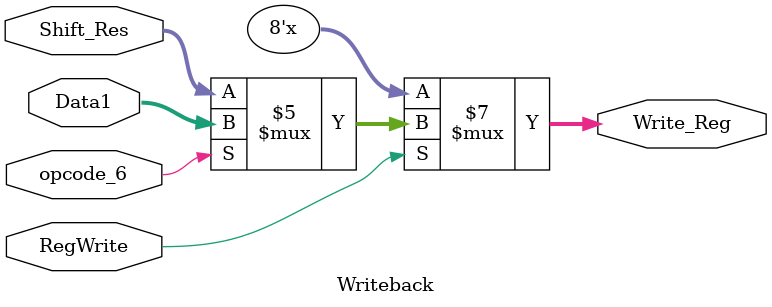
<source format=v>
`timescale 1ns / 1ps
	module Writeback(
	input [7:0] Shift_Res,
	input [7:0] Data1,
	input opcode_6,
	input RegWrite,
	output reg [7:0] Write_Reg
    );
	
	always@(opcode_6)
	begin
	if(RegWrite==1)
		begin
		if(opcode_6==0)
		Write_Reg <= Shift_Res;
		else
		Write_Reg <= Data1;
		end
	end

endmodule

</source>
